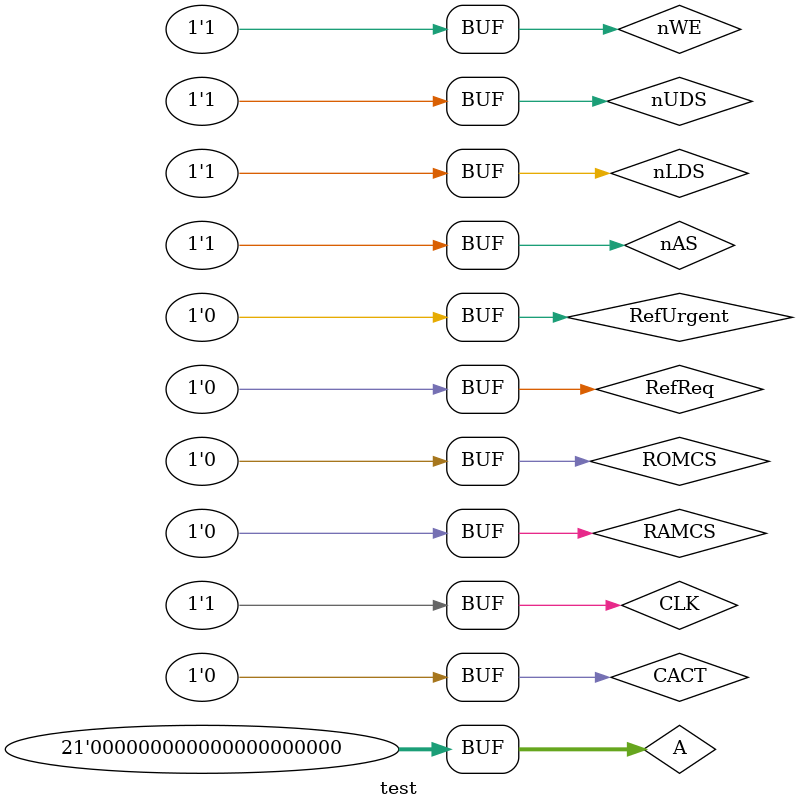
<source format=v>
`timescale 1ns / 1ps


module test;

	// Inputs
	reg CLK;
	reg [21:1] A;
	reg nWE;
	reg nAS;
	reg nLDS;
	reg nUDS;
	reg CACT;
	reg RAMCS;
	reg ROMCS;
	reg RefReq;
	reg RefUrgent;

	// Outputs
	wire Ready;
	wire RefAck;
	wire [11:0] RA;
	wire nRAS;
	wire nCAS;
	wire nLWE;
	wire nUWE;
	wire nOE;
	wire nROMCS;
	wire nROMWE;

	// Instantiate the Unit Under Test (UUT)
	RAM uut (
		.CLK(CLK), 
		.A(A), 
		.nWE(nWE), 
		.nAS(nAS), 
		.nLDS(nLDS), 
		.nUDS(nUDS), 
		.CACT(CACT), 
		.RAMCS(RAMCS), 
		.ROMCS(ROMCS), 
		.Ready(Ready), 
		.RefReq(RefReq), 
		.RefUrgent(RefUrgent), 
		.RefAck(RefAck), 
		.RA(RA), 
		.nRAS(nRAS), 
		.nCAS(nCAS), 
		.nLWE(nLWE), 
		.nUWE(nUWE), 
		.nOE(nOE), 
		.nROMCS(nROMCS), 
		.nROMWE(nROMWE)
	);

	initial begin
		CLK = 0;
		RAMCS = 0;	ROMCS = 0; CACT = 0;
		RefReq = 0;	RefUrgent = 0;
		nAS = 1;	nLDS = 1;	nUDS = 1;	nWE = 1;
		A = 0;
		#100;
	
		CLK = 0; #5; #5; #5; #5; #5;
		CLK = 1; #5; #5; #5; #5; #5;
	
		CLK = 0; #5; #5; #5; #5; #5;
		CLK = 1; #5; #5; #5; #5; #5;
	
		CLK = 0; #5; #5; #5; #5; #5;
		CLK = 1; #5; #5; #5; #5; #5;
	
		CLK = 0; #5; #5; #5; #5; #5;
		CLK = 1; #5; #5; #5; #5; #5;
	
		CLK = 0; #5; #5; #5; #5; 
		A = 8195; #5; ROMCS = 1;
		CLK = 1; #5; #5; #5; #5;
		nAS = 0; nLDS = 0; nUDS = 0; nWE = 1; #5; CACT = 1;
	
		CLK = 0; #5; #5; #5; #5; #5;
		CLK = 1; #5; RefUrgent = 1; #5; #5; #5; #5;
		
		CLK = 0; #5; #5; #5; #5; #5;
		CLK = 1; #5; #5; #5; #5; #5;
	
		CLK = 0; #5; #5; #5; #5; #5;
		CLK = 1; #5; #5; #5; #5; #5;
	
		CLK = 0; #5; #5; #5; #5; #5;
		CLK = 1; #5; #5; #5; #5; #5;
	
		CLK = 0; #5; #5; #5; #5; #5;
		CLK = 1; #5; #5; #5; #5; #5;
	
		CLK = 0; #5; #5; #5; #5; #5;
		CLK = 1; #5; #5; #5; #5; #5;
	
		CLK = 0; #5; #5; #5; #5; #5;
		CLK = 1; #5; #5; #5; #5; #5;
	
		CLK = 0; #5; #5; #5; #5; #5;
		CLK = 1; #5; #5; #5; #5; #5;
	
		CLK = 0; #5; #5; #5; #5; #5;
		CLK = 1; #5; #5; #5; #5; #5;
	
		CLK = 0; #5; #5; #5; #5; #5;
		CLK = 1; #5; RefUrgent = 0; #5; #5; #5; #5;
		
		CLK = 0; #5; CACT = 0; #5; #5; #5;
		nAS = 1; nLDS = 1; nUDS = 1; nWE = 1; #5;
		CLK = 1; #5; #5; #5; #5; #5;
	
		CLK = 0; #5; #5; #5; #5;  A = 0; #5; ROMCS = 0;
		CLK = 1; #5; #5; #5; #5; #5;
	
		CLK = 0; #5; #5; #5; #5; #5;
		CLK = 1; #5; #5; #5; #5; #5;
	
		CLK = 0; #5; #5; #5; #5; #5;
		CLK = 1; #5; #5; #5; #5; #5;
	
		CLK = 0; #5; #5; #5; #5; #5;
		CLK = 1; #5; #5; #5; #5; #5;
	end
      
endmodule


</source>
